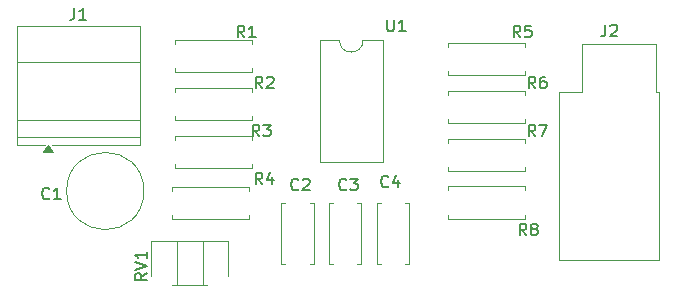
<source format=gbr>
%TF.GenerationSoftware,KiCad,Pcbnew,9.0.6*%
%TF.CreationDate,2025-12-19T13:32:14+05:30*%
%TF.ProjectId,Headphone Amplifier,48656164-7068-46f6-9e65-20416d706c69,rev?*%
%TF.SameCoordinates,Original*%
%TF.FileFunction,Legend,Top*%
%TF.FilePolarity,Positive*%
%FSLAX46Y46*%
G04 Gerber Fmt 4.6, Leading zero omitted, Abs format (unit mm)*
G04 Created by KiCad (PCBNEW 9.0.6) date 2025-12-19 13:32:14*
%MOMM*%
%LPD*%
G01*
G04 APERTURE LIST*
%ADD10C,0.150000*%
%ADD11C,0.120000*%
G04 APERTURE END LIST*
D10*
X78319333Y-131264819D02*
X77986000Y-130788628D01*
X77747905Y-131264819D02*
X77747905Y-130264819D01*
X77747905Y-130264819D02*
X78128857Y-130264819D01*
X78128857Y-130264819D02*
X78224095Y-130312438D01*
X78224095Y-130312438D02*
X78271714Y-130360057D01*
X78271714Y-130360057D02*
X78319333Y-130455295D01*
X78319333Y-130455295D02*
X78319333Y-130598152D01*
X78319333Y-130598152D02*
X78271714Y-130693390D01*
X78271714Y-130693390D02*
X78224095Y-130741009D01*
X78224095Y-130741009D02*
X78128857Y-130788628D01*
X78128857Y-130788628D02*
X77747905Y-130788628D01*
X78652667Y-130264819D02*
X79271714Y-130264819D01*
X79271714Y-130264819D02*
X78938381Y-130645771D01*
X78938381Y-130645771D02*
X79081238Y-130645771D01*
X79081238Y-130645771D02*
X79176476Y-130693390D01*
X79176476Y-130693390D02*
X79224095Y-130741009D01*
X79224095Y-130741009D02*
X79271714Y-130836247D01*
X79271714Y-130836247D02*
X79271714Y-131074342D01*
X79271714Y-131074342D02*
X79224095Y-131169580D01*
X79224095Y-131169580D02*
X79176476Y-131217200D01*
X79176476Y-131217200D02*
X79081238Y-131264819D01*
X79081238Y-131264819D02*
X78795524Y-131264819D01*
X78795524Y-131264819D02*
X78700286Y-131217200D01*
X78700286Y-131217200D02*
X78652667Y-131169580D01*
X78573333Y-127200819D02*
X78240000Y-126724628D01*
X78001905Y-127200819D02*
X78001905Y-126200819D01*
X78001905Y-126200819D02*
X78382857Y-126200819D01*
X78382857Y-126200819D02*
X78478095Y-126248438D01*
X78478095Y-126248438D02*
X78525714Y-126296057D01*
X78525714Y-126296057D02*
X78573333Y-126391295D01*
X78573333Y-126391295D02*
X78573333Y-126534152D01*
X78573333Y-126534152D02*
X78525714Y-126629390D01*
X78525714Y-126629390D02*
X78478095Y-126677009D01*
X78478095Y-126677009D02*
X78382857Y-126724628D01*
X78382857Y-126724628D02*
X78001905Y-126724628D01*
X78954286Y-126296057D02*
X79001905Y-126248438D01*
X79001905Y-126248438D02*
X79097143Y-126200819D01*
X79097143Y-126200819D02*
X79335238Y-126200819D01*
X79335238Y-126200819D02*
X79430476Y-126248438D01*
X79430476Y-126248438D02*
X79478095Y-126296057D01*
X79478095Y-126296057D02*
X79525714Y-126391295D01*
X79525714Y-126391295D02*
X79525714Y-126486533D01*
X79525714Y-126486533D02*
X79478095Y-126629390D01*
X79478095Y-126629390D02*
X78906667Y-127200819D01*
X78906667Y-127200819D02*
X79525714Y-127200819D01*
X60539333Y-136503580D02*
X60491714Y-136551200D01*
X60491714Y-136551200D02*
X60348857Y-136598819D01*
X60348857Y-136598819D02*
X60253619Y-136598819D01*
X60253619Y-136598819D02*
X60110762Y-136551200D01*
X60110762Y-136551200D02*
X60015524Y-136455961D01*
X60015524Y-136455961D02*
X59967905Y-136360723D01*
X59967905Y-136360723D02*
X59920286Y-136170247D01*
X59920286Y-136170247D02*
X59920286Y-136027390D01*
X59920286Y-136027390D02*
X59967905Y-135836914D01*
X59967905Y-135836914D02*
X60015524Y-135741676D01*
X60015524Y-135741676D02*
X60110762Y-135646438D01*
X60110762Y-135646438D02*
X60253619Y-135598819D01*
X60253619Y-135598819D02*
X60348857Y-135598819D01*
X60348857Y-135598819D02*
X60491714Y-135646438D01*
X60491714Y-135646438D02*
X60539333Y-135694057D01*
X61491714Y-136598819D02*
X60920286Y-136598819D01*
X61206000Y-136598819D02*
X61206000Y-135598819D01*
X61206000Y-135598819D02*
X61110762Y-135741676D01*
X61110762Y-135741676D02*
X61015524Y-135836914D01*
X61015524Y-135836914D02*
X60920286Y-135884533D01*
X100417333Y-122882819D02*
X100084000Y-122406628D01*
X99845905Y-122882819D02*
X99845905Y-121882819D01*
X99845905Y-121882819D02*
X100226857Y-121882819D01*
X100226857Y-121882819D02*
X100322095Y-121930438D01*
X100322095Y-121930438D02*
X100369714Y-121978057D01*
X100369714Y-121978057D02*
X100417333Y-122073295D01*
X100417333Y-122073295D02*
X100417333Y-122216152D01*
X100417333Y-122216152D02*
X100369714Y-122311390D01*
X100369714Y-122311390D02*
X100322095Y-122359009D01*
X100322095Y-122359009D02*
X100226857Y-122406628D01*
X100226857Y-122406628D02*
X99845905Y-122406628D01*
X101322095Y-121882819D02*
X100845905Y-121882819D01*
X100845905Y-121882819D02*
X100798286Y-122359009D01*
X100798286Y-122359009D02*
X100845905Y-122311390D01*
X100845905Y-122311390D02*
X100941143Y-122263771D01*
X100941143Y-122263771D02*
X101179238Y-122263771D01*
X101179238Y-122263771D02*
X101274476Y-122311390D01*
X101274476Y-122311390D02*
X101322095Y-122359009D01*
X101322095Y-122359009D02*
X101369714Y-122454247D01*
X101369714Y-122454247D02*
X101369714Y-122692342D01*
X101369714Y-122692342D02*
X101322095Y-122787580D01*
X101322095Y-122787580D02*
X101274476Y-122835200D01*
X101274476Y-122835200D02*
X101179238Y-122882819D01*
X101179238Y-122882819D02*
X100941143Y-122882819D01*
X100941143Y-122882819D02*
X100845905Y-122835200D01*
X100845905Y-122835200D02*
X100798286Y-122787580D01*
X78573333Y-135328819D02*
X78240000Y-134852628D01*
X78001905Y-135328819D02*
X78001905Y-134328819D01*
X78001905Y-134328819D02*
X78382857Y-134328819D01*
X78382857Y-134328819D02*
X78478095Y-134376438D01*
X78478095Y-134376438D02*
X78525714Y-134424057D01*
X78525714Y-134424057D02*
X78573333Y-134519295D01*
X78573333Y-134519295D02*
X78573333Y-134662152D01*
X78573333Y-134662152D02*
X78525714Y-134757390D01*
X78525714Y-134757390D02*
X78478095Y-134805009D01*
X78478095Y-134805009D02*
X78382857Y-134852628D01*
X78382857Y-134852628D02*
X78001905Y-134852628D01*
X79430476Y-134662152D02*
X79430476Y-135328819D01*
X79192381Y-134281200D02*
X78954286Y-134995485D01*
X78954286Y-134995485D02*
X79573333Y-134995485D01*
X81621333Y-135741580D02*
X81573714Y-135789200D01*
X81573714Y-135789200D02*
X81430857Y-135836819D01*
X81430857Y-135836819D02*
X81335619Y-135836819D01*
X81335619Y-135836819D02*
X81192762Y-135789200D01*
X81192762Y-135789200D02*
X81097524Y-135693961D01*
X81097524Y-135693961D02*
X81049905Y-135598723D01*
X81049905Y-135598723D02*
X81002286Y-135408247D01*
X81002286Y-135408247D02*
X81002286Y-135265390D01*
X81002286Y-135265390D02*
X81049905Y-135074914D01*
X81049905Y-135074914D02*
X81097524Y-134979676D01*
X81097524Y-134979676D02*
X81192762Y-134884438D01*
X81192762Y-134884438D02*
X81335619Y-134836819D01*
X81335619Y-134836819D02*
X81430857Y-134836819D01*
X81430857Y-134836819D02*
X81573714Y-134884438D01*
X81573714Y-134884438D02*
X81621333Y-134932057D01*
X82002286Y-134932057D02*
X82049905Y-134884438D01*
X82049905Y-134884438D02*
X82145143Y-134836819D01*
X82145143Y-134836819D02*
X82383238Y-134836819D01*
X82383238Y-134836819D02*
X82478476Y-134884438D01*
X82478476Y-134884438D02*
X82526095Y-134932057D01*
X82526095Y-134932057D02*
X82573714Y-135027295D01*
X82573714Y-135027295D02*
X82573714Y-135122533D01*
X82573714Y-135122533D02*
X82526095Y-135265390D01*
X82526095Y-135265390D02*
X81954667Y-135836819D01*
X81954667Y-135836819D02*
X82573714Y-135836819D01*
X89241333Y-135487580D02*
X89193714Y-135535200D01*
X89193714Y-135535200D02*
X89050857Y-135582819D01*
X89050857Y-135582819D02*
X88955619Y-135582819D01*
X88955619Y-135582819D02*
X88812762Y-135535200D01*
X88812762Y-135535200D02*
X88717524Y-135439961D01*
X88717524Y-135439961D02*
X88669905Y-135344723D01*
X88669905Y-135344723D02*
X88622286Y-135154247D01*
X88622286Y-135154247D02*
X88622286Y-135011390D01*
X88622286Y-135011390D02*
X88669905Y-134820914D01*
X88669905Y-134820914D02*
X88717524Y-134725676D01*
X88717524Y-134725676D02*
X88812762Y-134630438D01*
X88812762Y-134630438D02*
X88955619Y-134582819D01*
X88955619Y-134582819D02*
X89050857Y-134582819D01*
X89050857Y-134582819D02*
X89193714Y-134630438D01*
X89193714Y-134630438D02*
X89241333Y-134678057D01*
X90098476Y-134916152D02*
X90098476Y-135582819D01*
X89860381Y-134535200D02*
X89622286Y-135249485D01*
X89622286Y-135249485D02*
X90241333Y-135249485D01*
X101687333Y-131264819D02*
X101354000Y-130788628D01*
X101115905Y-131264819D02*
X101115905Y-130264819D01*
X101115905Y-130264819D02*
X101496857Y-130264819D01*
X101496857Y-130264819D02*
X101592095Y-130312438D01*
X101592095Y-130312438D02*
X101639714Y-130360057D01*
X101639714Y-130360057D02*
X101687333Y-130455295D01*
X101687333Y-130455295D02*
X101687333Y-130598152D01*
X101687333Y-130598152D02*
X101639714Y-130693390D01*
X101639714Y-130693390D02*
X101592095Y-130741009D01*
X101592095Y-130741009D02*
X101496857Y-130788628D01*
X101496857Y-130788628D02*
X101115905Y-130788628D01*
X102020667Y-130264819D02*
X102687333Y-130264819D01*
X102687333Y-130264819D02*
X102258762Y-131264819D01*
X101687333Y-127200819D02*
X101354000Y-126724628D01*
X101115905Y-127200819D02*
X101115905Y-126200819D01*
X101115905Y-126200819D02*
X101496857Y-126200819D01*
X101496857Y-126200819D02*
X101592095Y-126248438D01*
X101592095Y-126248438D02*
X101639714Y-126296057D01*
X101639714Y-126296057D02*
X101687333Y-126391295D01*
X101687333Y-126391295D02*
X101687333Y-126534152D01*
X101687333Y-126534152D02*
X101639714Y-126629390D01*
X101639714Y-126629390D02*
X101592095Y-126677009D01*
X101592095Y-126677009D02*
X101496857Y-126724628D01*
X101496857Y-126724628D02*
X101115905Y-126724628D01*
X102544476Y-126200819D02*
X102354000Y-126200819D01*
X102354000Y-126200819D02*
X102258762Y-126248438D01*
X102258762Y-126248438D02*
X102211143Y-126296057D01*
X102211143Y-126296057D02*
X102115905Y-126438914D01*
X102115905Y-126438914D02*
X102068286Y-126629390D01*
X102068286Y-126629390D02*
X102068286Y-127010342D01*
X102068286Y-127010342D02*
X102115905Y-127105580D01*
X102115905Y-127105580D02*
X102163524Y-127153200D01*
X102163524Y-127153200D02*
X102258762Y-127200819D01*
X102258762Y-127200819D02*
X102449238Y-127200819D01*
X102449238Y-127200819D02*
X102544476Y-127153200D01*
X102544476Y-127153200D02*
X102592095Y-127105580D01*
X102592095Y-127105580D02*
X102639714Y-127010342D01*
X102639714Y-127010342D02*
X102639714Y-126772247D01*
X102639714Y-126772247D02*
X102592095Y-126677009D01*
X102592095Y-126677009D02*
X102544476Y-126629390D01*
X102544476Y-126629390D02*
X102449238Y-126581771D01*
X102449238Y-126581771D02*
X102258762Y-126581771D01*
X102258762Y-126581771D02*
X102163524Y-126629390D01*
X102163524Y-126629390D02*
X102115905Y-126677009D01*
X102115905Y-126677009D02*
X102068286Y-126772247D01*
X77049333Y-122882819D02*
X76716000Y-122406628D01*
X76477905Y-122882819D02*
X76477905Y-121882819D01*
X76477905Y-121882819D02*
X76858857Y-121882819D01*
X76858857Y-121882819D02*
X76954095Y-121930438D01*
X76954095Y-121930438D02*
X77001714Y-121978057D01*
X77001714Y-121978057D02*
X77049333Y-122073295D01*
X77049333Y-122073295D02*
X77049333Y-122216152D01*
X77049333Y-122216152D02*
X77001714Y-122311390D01*
X77001714Y-122311390D02*
X76954095Y-122359009D01*
X76954095Y-122359009D02*
X76858857Y-122406628D01*
X76858857Y-122406628D02*
X76477905Y-122406628D01*
X78001714Y-122882819D02*
X77430286Y-122882819D01*
X77716000Y-122882819D02*
X77716000Y-121882819D01*
X77716000Y-121882819D02*
X77620762Y-122025676D01*
X77620762Y-122025676D02*
X77525524Y-122120914D01*
X77525524Y-122120914D02*
X77430286Y-122168533D01*
X68780819Y-142835238D02*
X68304628Y-143168571D01*
X68780819Y-143406666D02*
X67780819Y-143406666D01*
X67780819Y-143406666D02*
X67780819Y-143025714D01*
X67780819Y-143025714D02*
X67828438Y-142930476D01*
X67828438Y-142930476D02*
X67876057Y-142882857D01*
X67876057Y-142882857D02*
X67971295Y-142835238D01*
X67971295Y-142835238D02*
X68114152Y-142835238D01*
X68114152Y-142835238D02*
X68209390Y-142882857D01*
X68209390Y-142882857D02*
X68257009Y-142930476D01*
X68257009Y-142930476D02*
X68304628Y-143025714D01*
X68304628Y-143025714D02*
X68304628Y-143406666D01*
X67780819Y-142549523D02*
X68780819Y-142216190D01*
X68780819Y-142216190D02*
X67780819Y-141882857D01*
X68780819Y-141025714D02*
X68780819Y-141597142D01*
X68780819Y-141311428D02*
X67780819Y-141311428D01*
X67780819Y-141311428D02*
X67923676Y-141406666D01*
X67923676Y-141406666D02*
X68018914Y-141501904D01*
X68018914Y-141501904D02*
X68066533Y-141597142D01*
X62658666Y-120388819D02*
X62658666Y-121103104D01*
X62658666Y-121103104D02*
X62611047Y-121245961D01*
X62611047Y-121245961D02*
X62515809Y-121341200D01*
X62515809Y-121341200D02*
X62372952Y-121388819D01*
X62372952Y-121388819D02*
X62277714Y-121388819D01*
X63658666Y-121388819D02*
X63087238Y-121388819D01*
X63372952Y-121388819D02*
X63372952Y-120388819D01*
X63372952Y-120388819D02*
X63277714Y-120531676D01*
X63277714Y-120531676D02*
X63182476Y-120626914D01*
X63182476Y-120626914D02*
X63087238Y-120674533D01*
X85685333Y-135741580D02*
X85637714Y-135789200D01*
X85637714Y-135789200D02*
X85494857Y-135836819D01*
X85494857Y-135836819D02*
X85399619Y-135836819D01*
X85399619Y-135836819D02*
X85256762Y-135789200D01*
X85256762Y-135789200D02*
X85161524Y-135693961D01*
X85161524Y-135693961D02*
X85113905Y-135598723D01*
X85113905Y-135598723D02*
X85066286Y-135408247D01*
X85066286Y-135408247D02*
X85066286Y-135265390D01*
X85066286Y-135265390D02*
X85113905Y-135074914D01*
X85113905Y-135074914D02*
X85161524Y-134979676D01*
X85161524Y-134979676D02*
X85256762Y-134884438D01*
X85256762Y-134884438D02*
X85399619Y-134836819D01*
X85399619Y-134836819D02*
X85494857Y-134836819D01*
X85494857Y-134836819D02*
X85637714Y-134884438D01*
X85637714Y-134884438D02*
X85685333Y-134932057D01*
X86018667Y-134836819D02*
X86637714Y-134836819D01*
X86637714Y-134836819D02*
X86304381Y-135217771D01*
X86304381Y-135217771D02*
X86447238Y-135217771D01*
X86447238Y-135217771D02*
X86542476Y-135265390D01*
X86542476Y-135265390D02*
X86590095Y-135313009D01*
X86590095Y-135313009D02*
X86637714Y-135408247D01*
X86637714Y-135408247D02*
X86637714Y-135646342D01*
X86637714Y-135646342D02*
X86590095Y-135741580D01*
X86590095Y-135741580D02*
X86542476Y-135789200D01*
X86542476Y-135789200D02*
X86447238Y-135836819D01*
X86447238Y-135836819D02*
X86161524Y-135836819D01*
X86161524Y-135836819D02*
X86066286Y-135789200D01*
X86066286Y-135789200D02*
X86018667Y-135741580D01*
X107616666Y-121792819D02*
X107616666Y-122507104D01*
X107616666Y-122507104D02*
X107569047Y-122649961D01*
X107569047Y-122649961D02*
X107473809Y-122745200D01*
X107473809Y-122745200D02*
X107330952Y-122792819D01*
X107330952Y-122792819D02*
X107235714Y-122792819D01*
X108045238Y-121888057D02*
X108092857Y-121840438D01*
X108092857Y-121840438D02*
X108188095Y-121792819D01*
X108188095Y-121792819D02*
X108426190Y-121792819D01*
X108426190Y-121792819D02*
X108521428Y-121840438D01*
X108521428Y-121840438D02*
X108569047Y-121888057D01*
X108569047Y-121888057D02*
X108616666Y-121983295D01*
X108616666Y-121983295D02*
X108616666Y-122078533D01*
X108616666Y-122078533D02*
X108569047Y-122221390D01*
X108569047Y-122221390D02*
X107997619Y-122792819D01*
X107997619Y-122792819D02*
X108616666Y-122792819D01*
X89154095Y-121374819D02*
X89154095Y-122184342D01*
X89154095Y-122184342D02*
X89201714Y-122279580D01*
X89201714Y-122279580D02*
X89249333Y-122327200D01*
X89249333Y-122327200D02*
X89344571Y-122374819D01*
X89344571Y-122374819D02*
X89535047Y-122374819D01*
X89535047Y-122374819D02*
X89630285Y-122327200D01*
X89630285Y-122327200D02*
X89677904Y-122279580D01*
X89677904Y-122279580D02*
X89725523Y-122184342D01*
X89725523Y-122184342D02*
X89725523Y-121374819D01*
X90725523Y-122374819D02*
X90154095Y-122374819D01*
X90439809Y-122374819D02*
X90439809Y-121374819D01*
X90439809Y-121374819D02*
X90344571Y-121517676D01*
X90344571Y-121517676D02*
X90249333Y-121612914D01*
X90249333Y-121612914D02*
X90154095Y-121660533D01*
X100925333Y-139646819D02*
X100592000Y-139170628D01*
X100353905Y-139646819D02*
X100353905Y-138646819D01*
X100353905Y-138646819D02*
X100734857Y-138646819D01*
X100734857Y-138646819D02*
X100830095Y-138694438D01*
X100830095Y-138694438D02*
X100877714Y-138742057D01*
X100877714Y-138742057D02*
X100925333Y-138837295D01*
X100925333Y-138837295D02*
X100925333Y-138980152D01*
X100925333Y-138980152D02*
X100877714Y-139075390D01*
X100877714Y-139075390D02*
X100830095Y-139123009D01*
X100830095Y-139123009D02*
X100734857Y-139170628D01*
X100734857Y-139170628D02*
X100353905Y-139170628D01*
X101496762Y-139075390D02*
X101401524Y-139027771D01*
X101401524Y-139027771D02*
X101353905Y-138980152D01*
X101353905Y-138980152D02*
X101306286Y-138884914D01*
X101306286Y-138884914D02*
X101306286Y-138837295D01*
X101306286Y-138837295D02*
X101353905Y-138742057D01*
X101353905Y-138742057D02*
X101401524Y-138694438D01*
X101401524Y-138694438D02*
X101496762Y-138646819D01*
X101496762Y-138646819D02*
X101687238Y-138646819D01*
X101687238Y-138646819D02*
X101782476Y-138694438D01*
X101782476Y-138694438D02*
X101830095Y-138742057D01*
X101830095Y-138742057D02*
X101877714Y-138837295D01*
X101877714Y-138837295D02*
X101877714Y-138884914D01*
X101877714Y-138884914D02*
X101830095Y-138980152D01*
X101830095Y-138980152D02*
X101782476Y-139027771D01*
X101782476Y-139027771D02*
X101687238Y-139075390D01*
X101687238Y-139075390D02*
X101496762Y-139075390D01*
X101496762Y-139075390D02*
X101401524Y-139123009D01*
X101401524Y-139123009D02*
X101353905Y-139170628D01*
X101353905Y-139170628D02*
X101306286Y-139265866D01*
X101306286Y-139265866D02*
X101306286Y-139456342D01*
X101306286Y-139456342D02*
X101353905Y-139551580D01*
X101353905Y-139551580D02*
X101401524Y-139599200D01*
X101401524Y-139599200D02*
X101496762Y-139646819D01*
X101496762Y-139646819D02*
X101687238Y-139646819D01*
X101687238Y-139646819D02*
X101782476Y-139599200D01*
X101782476Y-139599200D02*
X101830095Y-139551580D01*
X101830095Y-139551580D02*
X101877714Y-139456342D01*
X101877714Y-139456342D02*
X101877714Y-139265866D01*
X101877714Y-139265866D02*
X101830095Y-139170628D01*
X101830095Y-139170628D02*
X101782476Y-139123009D01*
X101782476Y-139123009D02*
X101687238Y-139075390D01*
D11*
%TO.C,R3*%
X71152000Y-131204000D02*
X77692000Y-131204000D01*
X71152000Y-131534000D02*
X71152000Y-131204000D01*
X71152000Y-133614000D02*
X71152000Y-133944000D01*
X71152000Y-133944000D02*
X77692000Y-133944000D01*
X77692000Y-131204000D02*
X77692000Y-131534000D01*
X77692000Y-133944000D02*
X77692000Y-133614000D01*
%TO.C,R2*%
X71152000Y-127154000D02*
X77692000Y-127154000D01*
X71152000Y-127484000D02*
X71152000Y-127154000D01*
X71152000Y-129564000D02*
X71152000Y-129894000D01*
X71152000Y-129894000D02*
X77692000Y-129894000D01*
X77692000Y-127154000D02*
X77692000Y-127484000D01*
X77692000Y-129894000D02*
X77692000Y-129564000D01*
%TO.C,C1*%
X68548000Y-135890000D02*
G75*
G02*
X62008000Y-135890000I-3270000J0D01*
G01*
X62008000Y-135890000D02*
G75*
G02*
X68548000Y-135890000I3270000J0D01*
G01*
%TO.C,R5*%
X94266000Y-123358000D02*
X100806000Y-123358000D01*
X94266000Y-123688000D02*
X94266000Y-123358000D01*
X94266000Y-125768000D02*
X94266000Y-126098000D01*
X94266000Y-126098000D02*
X100806000Y-126098000D01*
X100806000Y-123358000D02*
X100806000Y-123688000D01*
X100806000Y-126098000D02*
X100806000Y-125768000D01*
%TO.C,R4*%
X70898000Y-135536000D02*
X77438000Y-135536000D01*
X70898000Y-135866000D02*
X70898000Y-135536000D01*
X70898000Y-137946000D02*
X70898000Y-138276000D01*
X70898000Y-138276000D02*
X77438000Y-138276000D01*
X77438000Y-135536000D02*
X77438000Y-135866000D01*
X77438000Y-138276000D02*
X77438000Y-137946000D01*
%TO.C,C2*%
X80178000Y-136866000D02*
X80515000Y-136866000D01*
X80178000Y-142106000D02*
X80178000Y-136866000D01*
X80515000Y-142106000D02*
X80178000Y-142106000D01*
X82581000Y-136866000D02*
X82918000Y-136866000D01*
X82918000Y-136866000D02*
X82918000Y-142106000D01*
X82918000Y-142106000D02*
X82581000Y-142106000D01*
%TO.C,C4*%
X88278000Y-136866000D02*
X88615000Y-136866000D01*
X88278000Y-142106000D02*
X88278000Y-136866000D01*
X88615000Y-142106000D02*
X88278000Y-142106000D01*
X90681000Y-136866000D02*
X91018000Y-136866000D01*
X91018000Y-136866000D02*
X91018000Y-142106000D01*
X91018000Y-142106000D02*
X90681000Y-142106000D01*
%TO.C,R7*%
X94266000Y-131458000D02*
X100806000Y-131458000D01*
X94266000Y-131788000D02*
X94266000Y-131458000D01*
X94266000Y-133868000D02*
X94266000Y-134198000D01*
X94266000Y-134198000D02*
X100806000Y-134198000D01*
X100806000Y-131458000D02*
X100806000Y-131788000D01*
X100806000Y-134198000D02*
X100806000Y-133868000D01*
%TO.C,R6*%
X94266000Y-127408000D02*
X100806000Y-127408000D01*
X94266000Y-127738000D02*
X94266000Y-127408000D01*
X94266000Y-129818000D02*
X94266000Y-130148000D01*
X94266000Y-130148000D02*
X100806000Y-130148000D01*
X100806000Y-127408000D02*
X100806000Y-127738000D01*
X100806000Y-130148000D02*
X100806000Y-129818000D01*
%TO.C,R1*%
X71152000Y-123104000D02*
X77692000Y-123104000D01*
X71152000Y-123434000D02*
X71152000Y-123104000D01*
X71152000Y-125514000D02*
X71152000Y-125844000D01*
X71152000Y-125844000D02*
X77692000Y-125844000D01*
X77692000Y-123104000D02*
X77692000Y-123434000D01*
X77692000Y-125844000D02*
X77692000Y-125514000D01*
%TO.C,RV1*%
X69170000Y-140154000D02*
X75690000Y-140154000D01*
X69170000Y-143054000D02*
X69170000Y-140154000D01*
X71320000Y-140154000D02*
X73540000Y-140154000D01*
X71320000Y-143874000D02*
X71320000Y-140154000D01*
X73540000Y-140154000D02*
X73540000Y-143874000D01*
X73540000Y-143874000D02*
X71320000Y-143874000D01*
X73896000Y-143874000D02*
X70964000Y-143874000D01*
X75690000Y-140154000D02*
X75690000Y-143054000D01*
%TO.C,J1*%
X57792000Y-121934000D02*
X68192000Y-121934000D01*
X57792000Y-124954000D02*
X68192000Y-124954000D01*
X57792000Y-129854000D02*
X68192000Y-129854000D01*
X57792000Y-131354000D02*
X68192000Y-131354000D01*
X57792000Y-131974000D02*
X57792000Y-121934000D01*
X60152000Y-131974000D02*
X57792000Y-131974000D01*
X68192000Y-121934000D02*
X68192000Y-131974000D01*
X68192000Y-131974000D02*
X60752000Y-131974000D01*
X60892000Y-132584000D02*
X60012000Y-132584000D01*
X60452000Y-131974000D01*
X60892000Y-132584000D01*
G36*
X60892000Y-132584000D02*
G01*
X60012000Y-132584000D01*
X60452000Y-131974000D01*
X60892000Y-132584000D01*
G37*
%TO.C,C3*%
X84228000Y-136866000D02*
X84565000Y-136866000D01*
X84228000Y-142106000D02*
X84228000Y-136866000D01*
X84565000Y-142106000D02*
X84228000Y-142106000D01*
X86631000Y-136866000D02*
X86968000Y-136866000D01*
X86968000Y-136866000D02*
X86968000Y-142106000D01*
X86968000Y-142106000D02*
X86631000Y-142106000D01*
%TO.C,J2*%
X103730000Y-127468000D02*
X105630000Y-127468000D01*
X103730000Y-141708000D02*
X103730000Y-127468000D01*
X105630000Y-123468000D02*
X111870000Y-123468000D01*
X105630000Y-127468000D02*
X105630000Y-123468000D01*
X111870000Y-123468000D02*
X111870000Y-127468000D01*
X111870000Y-127468000D02*
X112170000Y-127468000D01*
X112170000Y-127468000D02*
X112170000Y-141708000D01*
X112170000Y-141708000D02*
X103730000Y-141708000D01*
%TO.C,U1*%
X83456000Y-123130000D02*
X83456000Y-133410000D01*
X83456000Y-133410000D02*
X88756000Y-133410000D01*
X85106000Y-123130000D02*
X83456000Y-123130000D01*
X88756000Y-123130000D02*
X87106000Y-123130000D01*
X88756000Y-133410000D02*
X88756000Y-123130000D01*
X87106000Y-123130000D02*
G75*
G02*
X85106000Y-123130000I-1000000J0D01*
G01*
%TO.C,R8*%
X94266000Y-135508000D02*
X100806000Y-135508000D01*
X94266000Y-135838000D02*
X94266000Y-135508000D01*
X94266000Y-137918000D02*
X94266000Y-138248000D01*
X94266000Y-138248000D02*
X100806000Y-138248000D01*
X100806000Y-135508000D02*
X100806000Y-135838000D01*
X100806000Y-138248000D02*
X100806000Y-137918000D01*
%TD*%
M02*

</source>
